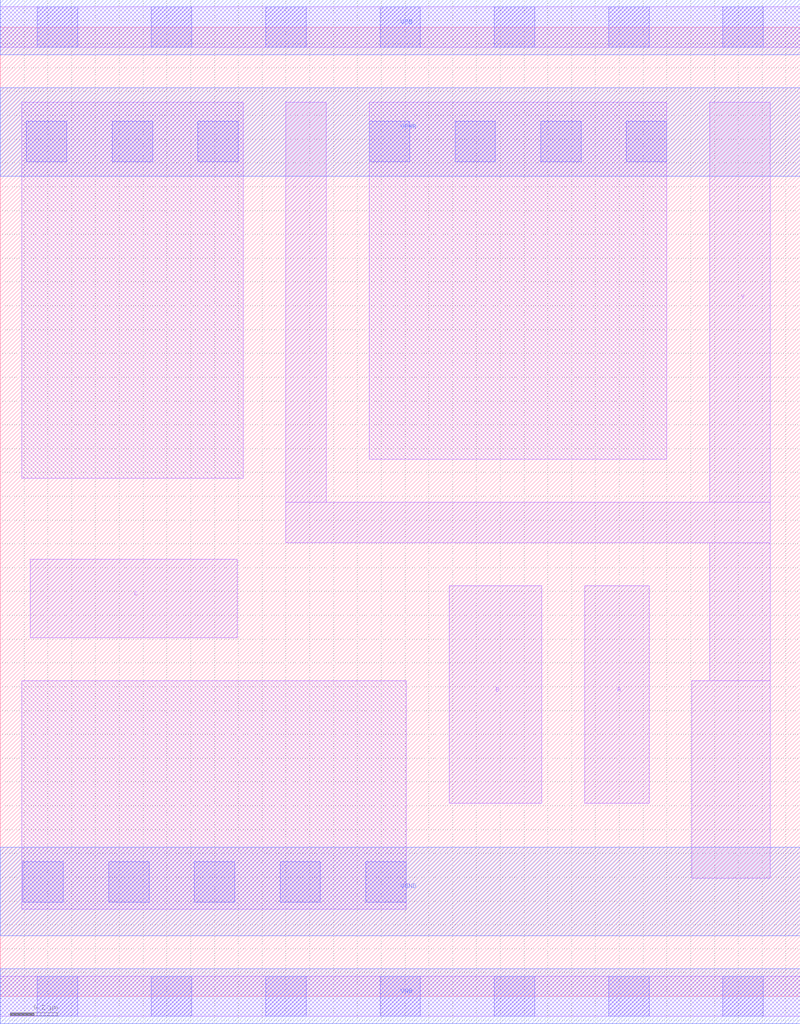
<source format=lef>
# Copyright 2020 The SkyWater PDK Authors
#
# Licensed under the Apache License, Version 2.0 (the "License");
# you may not use this file except in compliance with the License.
# You may obtain a copy of the License at
#
#     https://www.apache.org/licenses/LICENSE-2.0
#
# Unless required by applicable law or agreed to in writing, software
# distributed under the License is distributed on an "AS IS" BASIS,
# WITHOUT WARRANTIES OR CONDITIONS OF ANY KIND, either express or implied.
# See the License for the specific language governing permissions and
# limitations under the License.
#
# SPDX-License-Identifier: Apache-2.0

VERSION 5.7 ;
  NAMESCASESENSITIVE ON ;
  NOWIREEXTENSIONATPIN ON ;
  DIVIDERCHAR "/" ;
  BUSBITCHARS "[]" ;
UNITS
  DATABASE MICRONS 200 ;
END UNITS
MACRO sky130_fd_sc_hvl__nand3_1
  CLASS CORE ;
  SOURCE USER ;
  FOREIGN sky130_fd_sc_hvl__nand3_1 ;
  ORIGIN  0.000000  0.000000 ;
  SIZE  3.360000 BY  4.070000 ;
  SYMMETRY X Y ;
  SITE unithv ;
  PIN A
    ANTENNAGATEAREA  1.125000 ;
    DIRECTION INPUT ;
    USE SIGNAL ;
    PORT
      LAYER li1 ;
        RECT 2.455000 0.810000 2.725000 1.725000 ;
    END
  END A
  PIN B
    ANTENNAGATEAREA  1.125000 ;
    DIRECTION INPUT ;
    USE SIGNAL ;
    PORT
      LAYER li1 ;
        RECT 1.885000 0.810000 2.275000 1.725000 ;
    END
  END B
  PIN C
    ANTENNAGATEAREA  1.125000 ;
    DIRECTION INPUT ;
    USE SIGNAL ;
    PORT
      LAYER li1 ;
        RECT 0.125000 1.505000 0.995000 1.835000 ;
    END
  END C
  PIN Y
    ANTENNADIFFAREA  1.065000 ;
    DIRECTION OUTPUT ;
    USE SIGNAL ;
    PORT
      LAYER li1 ;
        RECT 1.200000 1.905000 3.235000 2.075000 ;
        RECT 1.200000 2.075000 1.370000 3.755000 ;
        RECT 2.905000 0.495000 3.235000 1.325000 ;
        RECT 2.980000 1.325000 3.235000 1.905000 ;
        RECT 2.980000 2.075000 3.235000 3.755000 ;
    END
  END Y
  PIN VGND
    DIRECTION INOUT ;
    USE GROUND ;
    PORT
      LAYER met1 ;
        RECT 0.000000 0.255000 3.360000 0.625000 ;
    END
  END VGND
  PIN VNB
    DIRECTION INOUT ;
    USE GROUND ;
    PORT
      LAYER met1 ;
        RECT 0.000000 -0.115000 3.360000 0.115000 ;
    END
  END VNB
  PIN VPB
    DIRECTION INOUT ;
    USE POWER ;
    PORT
      LAYER met1 ;
        RECT 0.000000 3.955000 3.360000 4.185000 ;
    END
  END VPB
  PIN VPWR
    DIRECTION INOUT ;
    USE POWER ;
    PORT
      LAYER met1 ;
        RECT 0.000000 3.445000 3.360000 3.815000 ;
    END
  END VPWR
  OBS
    LAYER li1 ;
      RECT 0.000000 -0.085000 3.360000 0.085000 ;
      RECT 0.000000  3.985000 3.360000 4.155000 ;
      RECT 0.090000  0.365000 1.705000 1.325000 ;
      RECT 0.090000  2.175000 1.020000 3.755000 ;
      RECT 1.550000  2.255000 2.800000 3.755000 ;
    LAYER mcon ;
      RECT 0.095000  0.395000 0.265000 0.565000 ;
      RECT 0.110000  3.505000 0.280000 3.675000 ;
      RECT 0.155000 -0.085000 0.325000 0.085000 ;
      RECT 0.155000  3.985000 0.325000 4.155000 ;
      RECT 0.455000  0.395000 0.625000 0.565000 ;
      RECT 0.470000  3.505000 0.640000 3.675000 ;
      RECT 0.635000 -0.085000 0.805000 0.085000 ;
      RECT 0.635000  3.985000 0.805000 4.155000 ;
      RECT 0.815000  0.395000 0.985000 0.565000 ;
      RECT 0.830000  3.505000 1.000000 3.675000 ;
      RECT 1.115000 -0.085000 1.285000 0.085000 ;
      RECT 1.115000  3.985000 1.285000 4.155000 ;
      RECT 1.175000  0.395000 1.345000 0.565000 ;
      RECT 1.535000  0.395000 1.705000 0.565000 ;
      RECT 1.550000  3.505000 1.720000 3.675000 ;
      RECT 1.595000 -0.085000 1.765000 0.085000 ;
      RECT 1.595000  3.985000 1.765000 4.155000 ;
      RECT 1.910000  3.505000 2.080000 3.675000 ;
      RECT 2.075000 -0.085000 2.245000 0.085000 ;
      RECT 2.075000  3.985000 2.245000 4.155000 ;
      RECT 2.270000  3.505000 2.440000 3.675000 ;
      RECT 2.555000 -0.085000 2.725000 0.085000 ;
      RECT 2.555000  3.985000 2.725000 4.155000 ;
      RECT 2.630000  3.505000 2.800000 3.675000 ;
      RECT 3.035000 -0.085000 3.205000 0.085000 ;
      RECT 3.035000  3.985000 3.205000 4.155000 ;
  END
END sky130_fd_sc_hvl__nand3_1
END LIBRARY

</source>
